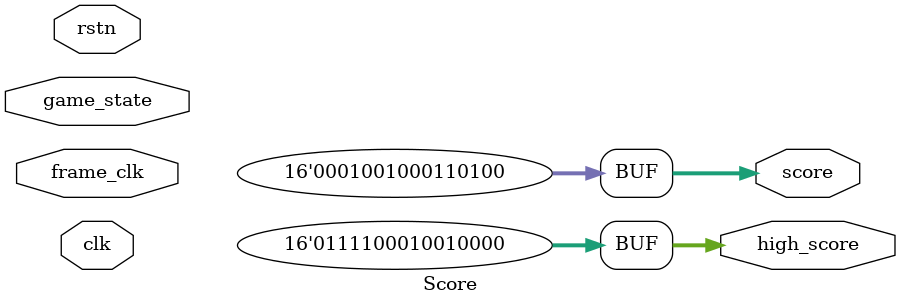
<source format=v>
module Score(
    input clk,
    input frame_clk,
    input rstn,
    input [1:0] game_state,

    output reg [15:0] score,
    output reg [15:0] high_score
    );
    initial begin
        score = 16'h1234;
        high_score = 16'h7890;
    end
endmodule

</source>
